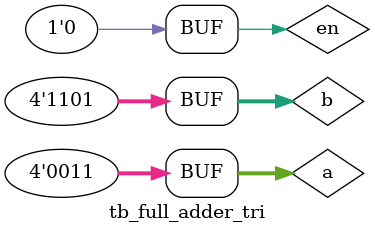
<source format=v>
module tb_full_adder_tri ();
reg  [3:0] a ;
reg  [3:0] b ;
reg        en;
wire [3:0] c ;

// instantiation of DUT
full_adder_tri u_full_adder_tri (.a (a ), 
                                 .b (b ),
                                 .en(en),
                                 .c (c ));

// bus functional model
initial begin
       en=1; a=4'h0; b=4'ha; 
  #10; en=1; a=4'h1; b=4'hb; 
  #10; en=1; a=4'h2; b=4'hc; 
  #10; en=1; a=4'h3; b=4'hd; 

  #10; en=0; a=4'h0; b=4'ha; 
  #10; en=0; a=4'h1; b=4'hb; 
  #10; en=0; a=4'h2; b=4'hc; 
  #10; en=0; a=4'h3; b=4'hd; 
end
endmodule

</source>
